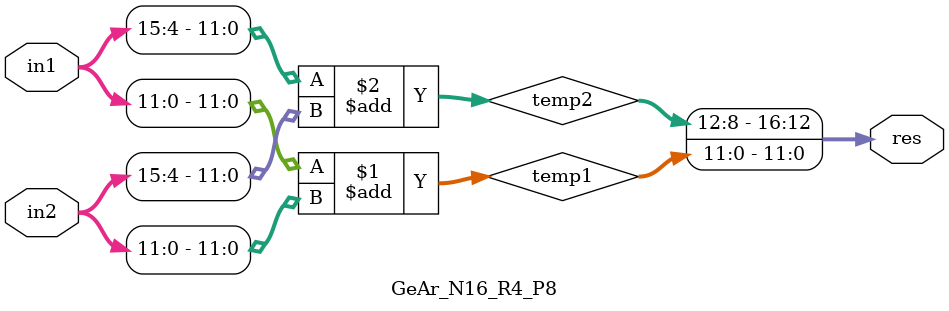
<source format=v>
`timescale 1ns / 1ps
module GeAr_N16_R4_P8(
   input [15:0] in1,
    input [15:0] in2,
    output [16:0] res
    );

wire [12:0] temp1,temp2;

assign temp1[12:0] = in1[11:0] + in2[11:0];
assign temp2[12:0] = in1[15:4] + in2[15:4];

assign res[16:0] = {temp2[12:8],temp1[11:0]};

endmodule


</source>
